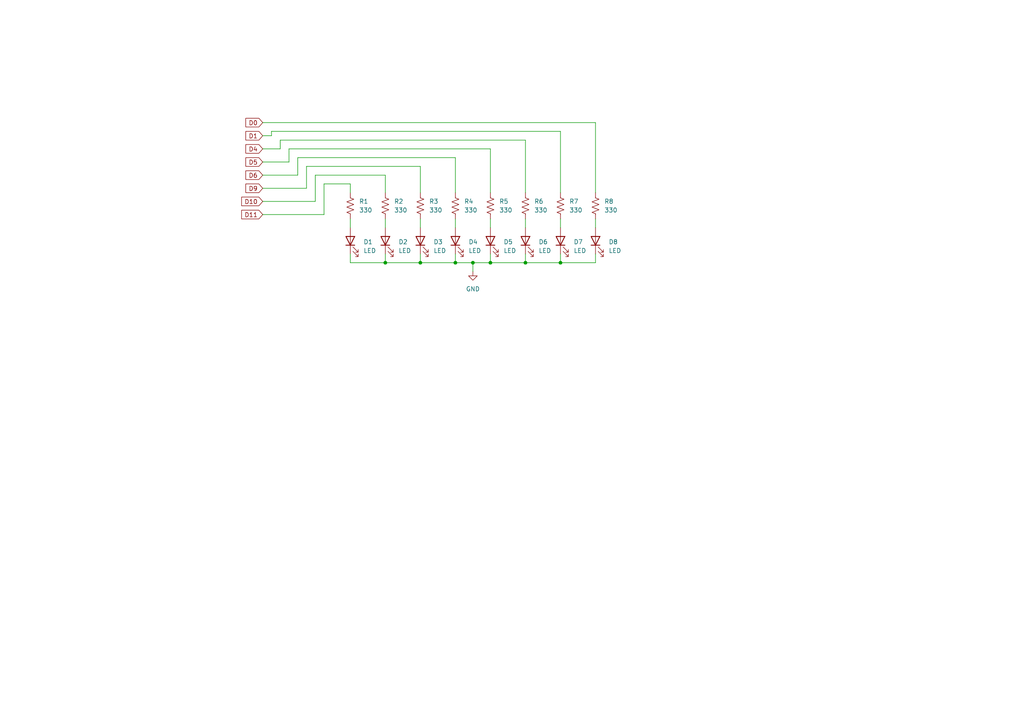
<source format=kicad_sch>
(kicad_sch (version 20211123) (generator eeschema)
  (paper "A4")
  (title_block (title "CircuitPython With Firefly LEDs") (date "2022-09-14") (rev "1.0") (company "Woolsey Workshop") (comment 1 "By John Woolsey"))
  (lib_symbols
    (symbol "Device:LED" (pin_numbers hide) (pin_names (offset 1.016) hide)
      (property "Reference" "D" (at 0 2.54 0))
      (property "Value" "LED" (at 0 -2.54 0))
      (symbol "LED_0_1"
        (polyline (pts (xy -1.27 -1.27) (xy -1.27 1.27)) (stroke (width 0.254)))
        (polyline (pts (xy -1.27 0) (xy 1.27 0)))
        (polyline (pts (xy 1.27 -1.27) (xy 1.27 1.27) (xy -1.27 0) (xy 1.27 -1.27)) (stroke (width 0.254)))
        (polyline (pts (xy -3.048 -0.762) (xy -4.572 -2.286) (xy -3.81 -2.286) (xy -4.572 -2.286) (xy -4.572 -1.524)))
        (polyline (pts (xy -1.778 -0.762) (xy -3.302 -2.286) (xy -2.54 -2.286) (xy -3.302 -2.286) (xy -3.302 -1.524)))
      )
      (symbol "LED_1_1"
        (pin passive line (at -3.81 0 0) (length 2.54) (name "K") (number "1"))
        (pin passive line (at 3.81 0 180) (length 2.54) (name "A") (number "2"))
      )
    )
    (symbol "Device:R_US" (pin_numbers hide) (pin_names (offset 0))
      (property "Reference" "R" (at 2.54 0 90))
      (property "Value" "R_US" (at -2.54 0 90))
      (symbol "R_US_0_1"
        (polyline (pts (xy 0 -2.286) (xy 0 -2.54)))
        (polyline (pts (xy 0 2.286) (xy 0 2.54)))
        (polyline (pts (xy 0 -0.762) (xy 1.016 -1.143) (xy 0 -1.524) (xy -1.016 -1.905) (xy 0 -2.286)))
        (polyline (pts (xy 0 0.762) (xy 1.016 0.381) (xy 0 0) (xy -1.016 -0.381) (xy 0 -0.762)))
        (polyline (pts (xy 0 2.286) (xy 1.016 1.905) (xy 0 1.524) (xy -1.016 1.143) (xy 0 0.762)))
      )
      (symbol "R_US_1_1"
        (pin passive line (at 0 3.81 270) (length 1.27) (name "~") (number "1"))
        (pin passive line (at 0 -3.81 90) (length 1.27) (name "~") (number "2"))
      )
    )
    (symbol "power:GND" (power) (pin_names (offset 0))
      (property "Value" "GND" (at 0 -3.81 0))
      (symbol "GND_0_1"
        (polyline (pts (xy 0 0) (xy 0 -1.27) (xy 1.27 -1.27) (xy 0 -2.54) (xy -1.27 -1.27) (xy 0 -1.27)))
      )
      (symbol "GND_1_1"
        (pin power_in line (at 0 0 270) (length 0) hide (name "GND") (number "1"))
      )
    )
  )
  (junction (at 111.76 76.2))
  (junction (at 132.08 76.2))
  (junction (at 137.16 76.2))
  (junction (at 162.56 76.2))
  (junction (at 152.4 76.2))
  (junction (at 121.92 76.2))
  (junction (at 142.24 76.2))
  (wire (pts (xy 101.6 55.88) (xy 101.6 53.34)))
  (wire (pts (xy 76.2 62.23) (xy 93.98 62.23)))
  (wire (pts (xy 83.82 46.99) (xy 83.82 43.18)))
  (wire (pts (xy 152.4 55.88) (xy 152.4 40.64)))
  (wire (pts (xy 121.92 63.5) (xy 121.92 66.04)))
  (wire (pts (xy 93.98 62.23) (xy 93.98 53.34)))
  (wire (pts (xy 142.24 55.88) (xy 142.24 43.18)))
  (wire (pts (xy 111.76 73.66) (xy 111.76 76.2)))
  (wire (pts (xy 111.76 76.2) (xy 121.92 76.2)))
  (wire (pts (xy 101.6 63.5) (xy 101.6 66.04)))
  (wire (pts (xy 78.74 39.37) (xy 78.74 38.1)))
  (wire (pts (xy 152.4 63.5) (xy 152.4 66.04)))
  (wire (pts (xy 162.56 63.5) (xy 162.56 66.04)))
  (wire (pts (xy 111.76 55.88) (xy 111.76 50.8)))
  (wire (pts (xy 142.24 76.2) (xy 152.4 76.2)))
  (wire (pts (xy 76.2 50.8) (xy 86.36 50.8)))
  (wire (pts (xy 76.2 35.56) (xy 172.72 35.56)))
  (wire (pts (xy 76.2 46.99) (xy 83.82 46.99)))
  (wire (pts (xy 162.56 76.2) (xy 172.72 76.2)))
  (wire (pts (xy 132.08 63.5) (xy 132.08 66.04)))
  (wire (pts (xy 101.6 73.66) (xy 101.6 76.2)))
  (wire (pts (xy 93.98 53.34) (xy 101.6 53.34)))
  (wire (pts (xy 137.16 76.2) (xy 142.24 76.2)))
  (wire (pts (xy 162.56 55.88) (xy 162.56 38.1)))
  (wire (pts (xy 76.2 54.61) (xy 88.9 54.61)))
  (wire (pts (xy 91.44 58.42) (xy 91.44 50.8)))
  (wire (pts (xy 121.92 76.2) (xy 132.08 76.2)))
  (wire (pts (xy 132.08 55.88) (xy 132.08 45.72)))
  (wire (pts (xy 172.72 55.88) (xy 172.72 35.56)))
  (wire (pts (xy 162.56 73.66) (xy 162.56 76.2)))
  (wire (pts (xy 132.08 76.2) (xy 137.16 76.2)))
  (wire (pts (xy 142.24 73.66) (xy 142.24 76.2)))
  (wire (pts (xy 81.28 40.64) (xy 152.4 40.64)))
  (wire (pts (xy 81.28 43.18) (xy 81.28 40.64)))
  (wire (pts (xy 172.72 63.5) (xy 172.72 66.04)))
  (wire (pts (xy 152.4 76.2) (xy 162.56 76.2)))
  (wire (pts (xy 83.82 43.18) (xy 142.24 43.18)))
  (wire (pts (xy 142.24 63.5) (xy 142.24 66.04)))
  (wire (pts (xy 152.4 73.66) (xy 152.4 76.2)))
  (wire (pts (xy 78.74 38.1) (xy 162.56 38.1)))
  (wire (pts (xy 86.36 50.8) (xy 86.36 45.72)))
  (wire (pts (xy 137.16 76.2) (xy 137.16 78.74)))
  (wire (pts (xy 101.6 76.2) (xy 111.76 76.2)))
  (wire (pts (xy 172.72 76.2) (xy 172.72 73.66)))
  (wire (pts (xy 91.44 50.8) (xy 111.76 50.8)))
  (wire (pts (xy 76.2 39.37) (xy 78.74 39.37)))
  (wire (pts (xy 76.2 43.18) (xy 81.28 43.18)))
  (wire (pts (xy 86.36 45.72) (xy 132.08 45.72)))
  (wire (pts (xy 88.9 48.26) (xy 121.92 48.26)))
  (wire (pts (xy 121.92 73.66) (xy 121.92 76.2)))
  (wire (pts (xy 88.9 54.61) (xy 88.9 48.26)))
  (wire (pts (xy 111.76 63.5) (xy 111.76 66.04)))
  (wire (pts (xy 132.08 73.66) (xy 132.08 76.2)))
  (wire (pts (xy 121.92 55.88) (xy 121.92 48.26)))
  (wire (pts (xy 76.2 58.42) (xy 91.44 58.42)))
  (global_label "D6" (shape input) (at 76.2 50.8 180) (property "Intersheet References" "${INTERSHEET_REFS}" (effects hide)))
  (global_label "D4" (shape input) (at 76.2 43.18 180) (property "Intersheet References" "${INTERSHEET_REFS}" (effects hide)))
  (global_label "D10" (shape input) (at 76.2 58.42 180) (property "Intersheet References" "${INTERSHEET_REFS}" (effects hide)))
  (global_label "D5" (shape input) (at 76.2 46.99 180) (property "Intersheet References" "${INTERSHEET_REFS}" (effects hide)))
  (global_label "D0" (shape input) (at 76.2 35.56 180) (property "Intersheet References" "${INTERSHEET_REFS}" (effects hide)))
  (global_label "D9" (shape input) (at 76.2 54.61 180) (property "Intersheet References" "${INTERSHEET_REFS}" (effects hide)))
  (global_label "D11" (shape input) (at 76.2 62.23 180) (property "Intersheet References" "${INTERSHEET_REFS}" (effects hide)))
  (global_label "D1" (shape input) (at 76.2 39.37 180) (property "Intersheet References" "${INTERSHEET_REFS}" (effects hide)))
  (symbol (lib_id "Device:R_US") (at 101.6 59.69 0) (unit 1)
    (property "Reference" "R1" (at 104.14 58.4199 0) (effects (justify left)))
    (property "Value" "330" (at 104.14 60.9599 0) (effects (justify left)))
  )
  (symbol (lib_id "Device:R_US") (at 111.76 59.69 0) (unit 1)
    (property "Reference" "R2" (at 114.3 58.4199 0) (effects (justify left)))
    (property "Value" "330" (at 114.3 60.9599 0) (effects (justify left)))
  )
  (symbol (lib_id "Device:LED") (at 172.72 69.85 90) (unit 1)
    (property "Reference" "D8" (at 176.53 70.1674 90) (effects (justify right)))
    (property "Value" "LED" (at 176.53 72.7074 90) (effects (justify right)))
  )
  (symbol (lib_id "Device:LED") (at 111.76 69.85 90) (unit 1)
    (property "Reference" "D2" (at 115.57 70.1674 90) (effects (justify right)))
    (property "Value" "LED" (at 115.57 72.7074 90) (effects (justify right)))
  )
  (symbol (lib_id "Device:R_US") (at 142.24 59.69 0) (unit 1)
    (property "Reference" "R5" (at 144.78 58.4199 0) (effects (justify left)))
    (property "Value" "330" (at 144.78 60.9599 0) (effects (justify left)))
  )
  (symbol (lib_id "Device:LED") (at 132.08 69.85 90) (unit 1)
    (property "Reference" "D4" (at 135.89 70.1674 90) (effects (justify right)))
    (property "Value" "LED" (at 135.89 72.7074 90) (effects (justify right)))
  )
  (symbol (lib_id "Device:LED") (at 162.56 69.85 90) (unit 1)
    (property "Reference" "D7" (at 166.37 70.1674 90) (effects (justify right)))
    (property "Value" "LED" (at 166.37 72.7074 90) (effects (justify right)))
  )
  (symbol (lib_id "Device:R_US") (at 132.08 59.69 0) (unit 1)
    (property "Reference" "R4" (at 134.62 58.4199 0) (effects (justify left)))
    (property "Value" "330" (at 134.62 60.9599 0) (effects (justify left)))
  )
  (symbol (lib_id "Device:LED") (at 121.92 69.85 90) (unit 1)
    (property "Reference" "D3" (at 125.73 70.1674 90) (effects (justify right)))
    (property "Value" "LED" (at 125.73 72.7074 90) (effects (justify right)))
  )
  (symbol (lib_id "power:GND") (at 137.16 78.74 0) (unit 1)
    (property "Reference" "#PWR01" (effects hide))
    (property "Value" "GND" (at 137.16 83.82 0))
  )
  (symbol (lib_id "Device:R_US") (at 162.56 59.69 0) (unit 1)
    (property "Reference" "R7" (at 165.1 58.4199 0) (effects (justify left)))
    (property "Value" "330" (at 165.1 60.9599 0) (effects (justify left)))
  )
  (symbol (lib_id "Device:LED") (at 142.24 69.85 90) (unit 1)
    (property "Reference" "D5" (at 146.05 70.1674 90) (effects (justify right)))
    (property "Value" "LED" (at 146.05 72.7074 90) (effects (justify right)))
  )
  (symbol (lib_id "Device:LED") (at 101.6 69.85 90) (unit 1)
    (property "Reference" "D1" (at 105.41 70.1674 90) (effects (justify right)))
    (property "Value" "LED" (at 105.41 72.7074 90) (effects (justify right)))
  )
  (symbol (lib_id "Device:R_US") (at 152.4 59.69 0) (unit 1)
    (property "Reference" "R6" (at 154.94 58.4199 0) (effects (justify left)))
    (property "Value" "330" (at 154.94 60.9599 0) (effects (justify left)))
  )
  (symbol (lib_id "Device:R_US") (at 121.92 59.69 0) (unit 1)
    (property "Reference" "R3" (at 124.46 58.4199 0) (effects (justify left)))
    (property "Value" "330" (at 124.46 60.9599 0) (effects (justify left)))
  )
  (symbol (lib_id "Device:R_US") (at 172.72 59.69 0) (unit 1)
    (property "Reference" "R8" (at 175.26 58.4199 0) (effects (justify left)))
    (property "Value" "330" (at 175.26 60.9599 0) (effects (justify left)))
  )
  (symbol (lib_id "Device:LED") (at 152.4 69.85 90) (unit 1)
    (property "Reference" "D6" (at 156.21 70.1674 90) (effects (justify right)))
    (property "Value" "LED" (at 156.21 72.7074 90) (effects (justify right)))
  )
)
</source>
